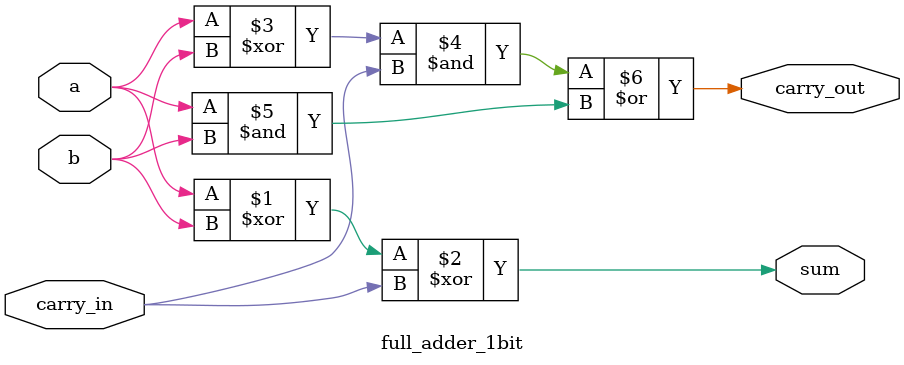
<source format=v>
module full_adder_1bit(a, b, carry_in, carry_out, sum);

input a, b, carry_in;
output carry_out, sum;

assign sum = a ^ b ^ carry_in;
assign carry_out = ((a ^ b) & carry_in) | (a & b);

endmodule
</source>
